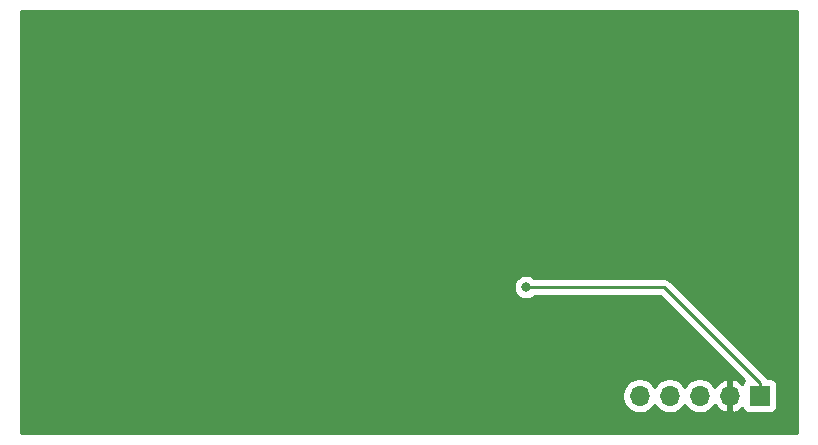
<source format=gbl>
G04 #@! TF.GenerationSoftware,KiCad,Pcbnew,(5.1.5-0)*
G04 #@! TF.CreationDate,2022-06-07T15:44:26-06:00*
G04 #@! TF.ProjectId,low_power_heater,6c6f775f-706f-4776-9572-5f6865617465,rev?*
G04 #@! TF.SameCoordinates,Original*
G04 #@! TF.FileFunction,Copper,L2,Bot*
G04 #@! TF.FilePolarity,Positive*
%FSLAX46Y46*%
G04 Gerber Fmt 4.6, Leading zero omitted, Abs format (unit mm)*
G04 Created by KiCad (PCBNEW (5.1.5-0)) date 2022-06-07 15:44:26*
%MOMM*%
%LPD*%
G04 APERTURE LIST*
%ADD10O,1.700000X1.700000*%
%ADD11R,1.700000X1.700000*%
%ADD12C,0.800000*%
%ADD13C,0.250000*%
%ADD14C,0.254000*%
G04 APERTURE END LIST*
D10*
X123040000Y-101200000D03*
X125580000Y-101200000D03*
X128120000Y-101200000D03*
X130660000Y-101200000D03*
D11*
X133200000Y-101200000D03*
D12*
X113400000Y-92000000D03*
D13*
X125100000Y-92000000D02*
X113965685Y-92000000D01*
X113965685Y-92000000D02*
X113400000Y-92000000D01*
X133200000Y-100100000D02*
X125100000Y-92000000D01*
X133200000Y-101200000D02*
X133200000Y-100100000D01*
D14*
G36*
X136340001Y-104340000D02*
G01*
X70660000Y-104340000D01*
X70660000Y-101053740D01*
X121555000Y-101053740D01*
X121555000Y-101346260D01*
X121612068Y-101633158D01*
X121724010Y-101903411D01*
X121886525Y-102146632D01*
X122093368Y-102353475D01*
X122336589Y-102515990D01*
X122606842Y-102627932D01*
X122893740Y-102685000D01*
X123186260Y-102685000D01*
X123473158Y-102627932D01*
X123743411Y-102515990D01*
X123986632Y-102353475D01*
X124193475Y-102146632D01*
X124310000Y-101972240D01*
X124426525Y-102146632D01*
X124633368Y-102353475D01*
X124876589Y-102515990D01*
X125146842Y-102627932D01*
X125433740Y-102685000D01*
X125726260Y-102685000D01*
X126013158Y-102627932D01*
X126283411Y-102515990D01*
X126526632Y-102353475D01*
X126733475Y-102146632D01*
X126850000Y-101972240D01*
X126966525Y-102146632D01*
X127173368Y-102353475D01*
X127416589Y-102515990D01*
X127686842Y-102627932D01*
X127973740Y-102685000D01*
X128266260Y-102685000D01*
X128553158Y-102627932D01*
X128823411Y-102515990D01*
X129066632Y-102353475D01*
X129273475Y-102146632D01*
X129395195Y-101964466D01*
X129464822Y-102081355D01*
X129659731Y-102297588D01*
X129893080Y-102471641D01*
X130155901Y-102596825D01*
X130303110Y-102641476D01*
X130533000Y-102520155D01*
X130533000Y-101327000D01*
X130513000Y-101327000D01*
X130513000Y-101073000D01*
X130533000Y-101073000D01*
X130533000Y-99879845D01*
X130303110Y-99758524D01*
X130155901Y-99803175D01*
X129893080Y-99928359D01*
X129659731Y-100102412D01*
X129464822Y-100318645D01*
X129395195Y-100435534D01*
X129273475Y-100253368D01*
X129066632Y-100046525D01*
X128823411Y-99884010D01*
X128553158Y-99772068D01*
X128266260Y-99715000D01*
X127973740Y-99715000D01*
X127686842Y-99772068D01*
X127416589Y-99884010D01*
X127173368Y-100046525D01*
X126966525Y-100253368D01*
X126850000Y-100427760D01*
X126733475Y-100253368D01*
X126526632Y-100046525D01*
X126283411Y-99884010D01*
X126013158Y-99772068D01*
X125726260Y-99715000D01*
X125433740Y-99715000D01*
X125146842Y-99772068D01*
X124876589Y-99884010D01*
X124633368Y-100046525D01*
X124426525Y-100253368D01*
X124310000Y-100427760D01*
X124193475Y-100253368D01*
X123986632Y-100046525D01*
X123743411Y-99884010D01*
X123473158Y-99772068D01*
X123186260Y-99715000D01*
X122893740Y-99715000D01*
X122606842Y-99772068D01*
X122336589Y-99884010D01*
X122093368Y-100046525D01*
X121886525Y-100253368D01*
X121724010Y-100496589D01*
X121612068Y-100766842D01*
X121555000Y-101053740D01*
X70660000Y-101053740D01*
X70660000Y-91898061D01*
X112365000Y-91898061D01*
X112365000Y-92101939D01*
X112404774Y-92301898D01*
X112482795Y-92490256D01*
X112596063Y-92659774D01*
X112740226Y-92803937D01*
X112909744Y-92917205D01*
X113098102Y-92995226D01*
X113298061Y-93035000D01*
X113501939Y-93035000D01*
X113701898Y-92995226D01*
X113890256Y-92917205D01*
X114059774Y-92803937D01*
X114103711Y-92760000D01*
X124785199Y-92760000D01*
X131912655Y-99887457D01*
X131898815Y-99898815D01*
X131819463Y-99995506D01*
X131760498Y-100105820D01*
X131736034Y-100186466D01*
X131660269Y-100102412D01*
X131426920Y-99928359D01*
X131164099Y-99803175D01*
X131016890Y-99758524D01*
X130787000Y-99879845D01*
X130787000Y-101073000D01*
X130807000Y-101073000D01*
X130807000Y-101327000D01*
X130787000Y-101327000D01*
X130787000Y-102520155D01*
X131016890Y-102641476D01*
X131164099Y-102596825D01*
X131426920Y-102471641D01*
X131660269Y-102297588D01*
X131736034Y-102213534D01*
X131760498Y-102294180D01*
X131819463Y-102404494D01*
X131898815Y-102501185D01*
X131995506Y-102580537D01*
X132105820Y-102639502D01*
X132225518Y-102675812D01*
X132350000Y-102688072D01*
X134050000Y-102688072D01*
X134174482Y-102675812D01*
X134294180Y-102639502D01*
X134404494Y-102580537D01*
X134501185Y-102501185D01*
X134580537Y-102404494D01*
X134639502Y-102294180D01*
X134675812Y-102174482D01*
X134688072Y-102050000D01*
X134688072Y-100350000D01*
X134675812Y-100225518D01*
X134639502Y-100105820D01*
X134580537Y-99995506D01*
X134501185Y-99898815D01*
X134404494Y-99819463D01*
X134294180Y-99760498D01*
X134174482Y-99724188D01*
X134050000Y-99711928D01*
X133854326Y-99711928D01*
X133834974Y-99675724D01*
X133740001Y-99559999D01*
X133711003Y-99536201D01*
X125663804Y-91489003D01*
X125640001Y-91459999D01*
X125524276Y-91365026D01*
X125392247Y-91294454D01*
X125248986Y-91250997D01*
X125137333Y-91240000D01*
X125137322Y-91240000D01*
X125100000Y-91236324D01*
X125062678Y-91240000D01*
X114103711Y-91240000D01*
X114059774Y-91196063D01*
X113890256Y-91082795D01*
X113701898Y-91004774D01*
X113501939Y-90965000D01*
X113298061Y-90965000D01*
X113098102Y-91004774D01*
X112909744Y-91082795D01*
X112740226Y-91196063D01*
X112596063Y-91340226D01*
X112482795Y-91509744D01*
X112404774Y-91698102D01*
X112365000Y-91898061D01*
X70660000Y-91898061D01*
X70660000Y-68660000D01*
X136340000Y-68660000D01*
X136340001Y-104340000D01*
G37*
X136340001Y-104340000D02*
X70660000Y-104340000D01*
X70660000Y-101053740D01*
X121555000Y-101053740D01*
X121555000Y-101346260D01*
X121612068Y-101633158D01*
X121724010Y-101903411D01*
X121886525Y-102146632D01*
X122093368Y-102353475D01*
X122336589Y-102515990D01*
X122606842Y-102627932D01*
X122893740Y-102685000D01*
X123186260Y-102685000D01*
X123473158Y-102627932D01*
X123743411Y-102515990D01*
X123986632Y-102353475D01*
X124193475Y-102146632D01*
X124310000Y-101972240D01*
X124426525Y-102146632D01*
X124633368Y-102353475D01*
X124876589Y-102515990D01*
X125146842Y-102627932D01*
X125433740Y-102685000D01*
X125726260Y-102685000D01*
X126013158Y-102627932D01*
X126283411Y-102515990D01*
X126526632Y-102353475D01*
X126733475Y-102146632D01*
X126850000Y-101972240D01*
X126966525Y-102146632D01*
X127173368Y-102353475D01*
X127416589Y-102515990D01*
X127686842Y-102627932D01*
X127973740Y-102685000D01*
X128266260Y-102685000D01*
X128553158Y-102627932D01*
X128823411Y-102515990D01*
X129066632Y-102353475D01*
X129273475Y-102146632D01*
X129395195Y-101964466D01*
X129464822Y-102081355D01*
X129659731Y-102297588D01*
X129893080Y-102471641D01*
X130155901Y-102596825D01*
X130303110Y-102641476D01*
X130533000Y-102520155D01*
X130533000Y-101327000D01*
X130513000Y-101327000D01*
X130513000Y-101073000D01*
X130533000Y-101073000D01*
X130533000Y-99879845D01*
X130303110Y-99758524D01*
X130155901Y-99803175D01*
X129893080Y-99928359D01*
X129659731Y-100102412D01*
X129464822Y-100318645D01*
X129395195Y-100435534D01*
X129273475Y-100253368D01*
X129066632Y-100046525D01*
X128823411Y-99884010D01*
X128553158Y-99772068D01*
X128266260Y-99715000D01*
X127973740Y-99715000D01*
X127686842Y-99772068D01*
X127416589Y-99884010D01*
X127173368Y-100046525D01*
X126966525Y-100253368D01*
X126850000Y-100427760D01*
X126733475Y-100253368D01*
X126526632Y-100046525D01*
X126283411Y-99884010D01*
X126013158Y-99772068D01*
X125726260Y-99715000D01*
X125433740Y-99715000D01*
X125146842Y-99772068D01*
X124876589Y-99884010D01*
X124633368Y-100046525D01*
X124426525Y-100253368D01*
X124310000Y-100427760D01*
X124193475Y-100253368D01*
X123986632Y-100046525D01*
X123743411Y-99884010D01*
X123473158Y-99772068D01*
X123186260Y-99715000D01*
X122893740Y-99715000D01*
X122606842Y-99772068D01*
X122336589Y-99884010D01*
X122093368Y-100046525D01*
X121886525Y-100253368D01*
X121724010Y-100496589D01*
X121612068Y-100766842D01*
X121555000Y-101053740D01*
X70660000Y-101053740D01*
X70660000Y-91898061D01*
X112365000Y-91898061D01*
X112365000Y-92101939D01*
X112404774Y-92301898D01*
X112482795Y-92490256D01*
X112596063Y-92659774D01*
X112740226Y-92803937D01*
X112909744Y-92917205D01*
X113098102Y-92995226D01*
X113298061Y-93035000D01*
X113501939Y-93035000D01*
X113701898Y-92995226D01*
X113890256Y-92917205D01*
X114059774Y-92803937D01*
X114103711Y-92760000D01*
X124785199Y-92760000D01*
X131912655Y-99887457D01*
X131898815Y-99898815D01*
X131819463Y-99995506D01*
X131760498Y-100105820D01*
X131736034Y-100186466D01*
X131660269Y-100102412D01*
X131426920Y-99928359D01*
X131164099Y-99803175D01*
X131016890Y-99758524D01*
X130787000Y-99879845D01*
X130787000Y-101073000D01*
X130807000Y-101073000D01*
X130807000Y-101327000D01*
X130787000Y-101327000D01*
X130787000Y-102520155D01*
X131016890Y-102641476D01*
X131164099Y-102596825D01*
X131426920Y-102471641D01*
X131660269Y-102297588D01*
X131736034Y-102213534D01*
X131760498Y-102294180D01*
X131819463Y-102404494D01*
X131898815Y-102501185D01*
X131995506Y-102580537D01*
X132105820Y-102639502D01*
X132225518Y-102675812D01*
X132350000Y-102688072D01*
X134050000Y-102688072D01*
X134174482Y-102675812D01*
X134294180Y-102639502D01*
X134404494Y-102580537D01*
X134501185Y-102501185D01*
X134580537Y-102404494D01*
X134639502Y-102294180D01*
X134675812Y-102174482D01*
X134688072Y-102050000D01*
X134688072Y-100350000D01*
X134675812Y-100225518D01*
X134639502Y-100105820D01*
X134580537Y-99995506D01*
X134501185Y-99898815D01*
X134404494Y-99819463D01*
X134294180Y-99760498D01*
X134174482Y-99724188D01*
X134050000Y-99711928D01*
X133854326Y-99711928D01*
X133834974Y-99675724D01*
X133740001Y-99559999D01*
X133711003Y-99536201D01*
X125663804Y-91489003D01*
X125640001Y-91459999D01*
X125524276Y-91365026D01*
X125392247Y-91294454D01*
X125248986Y-91250997D01*
X125137333Y-91240000D01*
X125137322Y-91240000D01*
X125100000Y-91236324D01*
X125062678Y-91240000D01*
X114103711Y-91240000D01*
X114059774Y-91196063D01*
X113890256Y-91082795D01*
X113701898Y-91004774D01*
X113501939Y-90965000D01*
X113298061Y-90965000D01*
X113098102Y-91004774D01*
X112909744Y-91082795D01*
X112740226Y-91196063D01*
X112596063Y-91340226D01*
X112482795Y-91509744D01*
X112404774Y-91698102D01*
X112365000Y-91898061D01*
X70660000Y-91898061D01*
X70660000Y-68660000D01*
X136340000Y-68660000D01*
X136340001Y-104340000D01*
M02*

</source>
